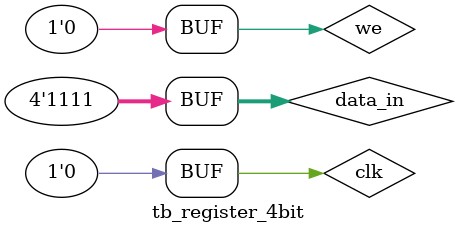
<source format=sv>
module tb_register_4bit();
    logic[3:0]  data_in;    
    logic       we;     
    logic       clk;
    logic[3:0]  data_out;

    register_4bit DUT(.data_in, .we, .clk, .data_out);

    //generate clock
    always begin
        clk = 1; #5;
        clk = 0; #5;
    end

    initial begin
	//init data in lines
	data_in <= 4'b0001;
    //start at half cycles
    #5;
    //enable half cycle in so its up on second posedge
    //0001 should be now written
    we <= 1;
    #10;
    we <= 0; 
    //when we is low output should read 0001
    #10;

    //change data while we is low to verify not written
    data_in <= 4'b1111;
    #10

    //we to verify it writes
    we<=1;
    #10;
    //shouldn't update until we is low
    we<=0;
    #10;
    end
endmodule
</source>
